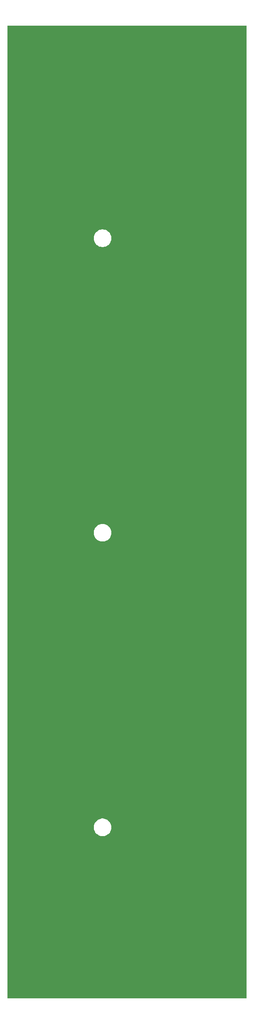
<source format=gtl>
%TF.GenerationSoftware,KiCad,Pcbnew,9.0.0*%
%TF.CreationDate,2025-03-16T10:30:10+01:00*%
%TF.ProjectId,DMH_Tripple_VCA_PANEL,444d485f-5472-4697-9070-6c655f564341,rev?*%
%TF.SameCoordinates,Original*%
%TF.FileFunction,Copper,L1,Top*%
%TF.FilePolarity,Positive*%
%FSLAX46Y46*%
G04 Gerber Fmt 4.6, Leading zero omitted, Abs format (unit mm)*
G04 Created by KiCad (PCBNEW 9.0.0) date 2025-03-16 10:30:10*
%MOMM*%
%LPD*%
G01*
G04 APERTURE LIST*
%TA.AperFunction,ConnectorPad*%
%ADD10C,12.000000*%
%TD*%
%TA.AperFunction,ComponentPad*%
%ADD11O,2.500000X1.500000*%
%TD*%
%TA.AperFunction,ComponentPad*%
%ADD12C,4.000000*%
%TD*%
%TA.AperFunction,ComponentPad*%
%ADD13C,0.500000*%
%TD*%
%TA.AperFunction,ComponentPad*%
%ADD14C,2.900000*%
%TD*%
%TA.AperFunction,ComponentPad*%
%ADD15C,13.000000*%
%TD*%
G04 APERTURE END LIST*
D10*
%TO.P,H13,1,1*%
%TO.N,GND*%
X83250000Y-181000000D03*
D11*
X83250000Y-187000000D03*
%TD*%
D12*
%TO.P,H3,1,1*%
%TO.N,GND*%
X53500000Y-226500000D03*
%TD*%
D13*
%TO.P,H11,1,1*%
%TO.N,GND*%
X52800000Y-130000000D03*
X54460000Y-125970000D03*
X54470000Y-134040000D03*
X58500000Y-124300000D03*
D10*
X58500000Y-130000000D03*
D13*
X58500000Y-135700000D03*
X62530000Y-134040000D03*
X62540000Y-125970000D03*
X64200000Y-130000000D03*
%TD*%
%TO.P,H7,1,1*%
%TO.N,GND*%
X52800000Y-69750000D03*
X54460000Y-65720000D03*
X54470000Y-73790000D03*
X58500000Y-64050000D03*
D10*
X58500000Y-69750000D03*
D13*
X58500000Y-75450000D03*
X62530000Y-73790000D03*
X62540000Y-65720000D03*
X64200000Y-69750000D03*
%TD*%
D14*
%TO.P,H20,1,1*%
%TO.N,GND*%
X75000000Y-142100000D03*
D15*
X75000000Y-148500000D03*
%TD*%
D13*
%TO.P,H16,1,1*%
%TO.N,GND*%
X52800000Y-208750000D03*
X54460000Y-204720000D03*
X54470000Y-212790000D03*
X58500000Y-203050000D03*
D10*
X58500000Y-208750000D03*
D13*
X58500000Y-214450000D03*
X62530000Y-212790000D03*
X62540000Y-204720000D03*
X64200000Y-208750000D03*
%TD*%
%TO.P,H15,1,1*%
%TO.N,GND*%
X52800000Y-190250000D03*
X54460000Y-186220000D03*
X54470000Y-194290000D03*
X58500000Y-184550000D03*
D10*
X58500000Y-190250000D03*
D13*
X58500000Y-195950000D03*
X62530000Y-194290000D03*
X62540000Y-186220000D03*
X64200000Y-190250000D03*
%TD*%
%TO.P,H12,1,1*%
%TO.N,GND*%
X52800000Y-148500000D03*
X54460000Y-144470000D03*
X54470000Y-152540000D03*
X58500000Y-142800000D03*
D10*
X58500000Y-148500000D03*
D13*
X58500000Y-154200000D03*
X62530000Y-152540000D03*
X62540000Y-144470000D03*
X64200000Y-148500000D03*
%TD*%
%TO.P,H14,1,1*%
%TO.N,GND*%
X52800000Y-171750000D03*
X54460000Y-167720000D03*
X54470000Y-175790000D03*
X58500000Y-166050000D03*
D10*
X58500000Y-171750000D03*
D13*
X58500000Y-177450000D03*
X62530000Y-175790000D03*
X62540000Y-167720000D03*
X64200000Y-171750000D03*
%TD*%
%TO.P,H10,1,1*%
%TO.N,GND*%
X52800000Y-111500000D03*
X54460000Y-107470000D03*
X54470000Y-115540000D03*
X58500000Y-105800000D03*
D10*
X58500000Y-111500000D03*
D13*
X58500000Y-117200000D03*
X62530000Y-115540000D03*
X62540000Y-107470000D03*
X64200000Y-111500000D03*
%TD*%
D10*
%TO.P,H5,1,1*%
%TO.N,GND*%
X83250000Y-60500000D03*
D11*
X83250000Y-66500000D03*
%TD*%
D14*
%TO.P,H21,1,1*%
%TO.N,GND*%
X75000000Y-202350000D03*
D15*
X75000000Y-208750000D03*
%TD*%
D12*
%TO.P,H2,1,1*%
%TO.N,GND*%
X96500000Y-33500000D03*
%TD*%
%TO.P,H4,1,1*%
%TO.N,GND*%
X96500000Y-226500000D03*
%TD*%
%TO.P,H1,1,1*%
%TO.N,GND*%
X53500000Y-33500000D03*
%TD*%
D14*
%TO.P,H19,1,1*%
%TO.N,GND*%
X75000000Y-81850000D03*
D15*
X75000000Y-88250000D03*
%TD*%
D10*
%TO.P,H9,1,1*%
%TO.N,GND*%
X83250000Y-120750000D03*
D11*
X83250000Y-126750000D03*
%TD*%
D13*
%TO.P,H6,1,1*%
%TO.N,GND*%
X52800000Y-51250000D03*
X54460000Y-47220000D03*
X54470000Y-55290000D03*
X58500000Y-45550000D03*
D10*
X58500000Y-51250000D03*
D13*
X58500000Y-56950000D03*
X62530000Y-55290000D03*
X62540000Y-47220000D03*
X64200000Y-51250000D03*
%TD*%
%TO.P,H18,1,1*%
%TO.N,GND*%
X85800000Y-208750000D03*
X87460000Y-204720000D03*
X87470000Y-212790000D03*
X91500000Y-203050000D03*
D10*
X91500000Y-208750000D03*
D13*
X91500000Y-214450000D03*
X95530000Y-212790000D03*
X95540000Y-204720000D03*
X97200000Y-208750000D03*
%TD*%
%TO.P,H8,1,1*%
%TO.N,GND*%
X52800000Y-88250000D03*
X54460000Y-84220000D03*
X54470000Y-92290000D03*
X58500000Y-82550000D03*
D10*
X58500000Y-88250000D03*
D13*
X58500000Y-93950000D03*
X62530000Y-92290000D03*
X62540000Y-84220000D03*
X64200000Y-88250000D03*
%TD*%
%TA.AperFunction,Conductor*%
%TO.N,GND*%
G36*
X99442539Y-30520185D02*
G01*
X99488294Y-30572989D01*
X99499500Y-30624500D01*
X99499500Y-229375500D01*
X99479815Y-229442539D01*
X99427011Y-229488294D01*
X99375500Y-229499500D01*
X50624500Y-229499500D01*
X50557461Y-229479815D01*
X50511706Y-229427011D01*
X50500500Y-229375500D01*
X50500500Y-208537814D01*
X53099500Y-208537814D01*
X53099500Y-208558097D01*
X53099500Y-208962186D01*
X53132796Y-209385250D01*
X53199182Y-209804398D01*
X53298250Y-210217045D01*
X53298254Y-210217056D01*
X53429385Y-210620641D01*
X53496000Y-210781463D01*
X53591789Y-211012716D01*
X53784450Y-211390835D01*
X53784457Y-211390848D01*
X53784460Y-211390853D01*
X53807375Y-211428246D01*
X54006184Y-211752672D01*
X54006192Y-211752683D01*
X54006198Y-211752692D01*
X54255617Y-212095989D01*
X54255627Y-212096003D01*
X54378919Y-212240358D01*
X54531231Y-212418692D01*
X54831308Y-212718769D01*
X54831314Y-212718774D01*
X55153996Y-212994372D01*
X55154010Y-212994382D01*
X55361749Y-213145313D01*
X55497328Y-213243816D01*
X55625685Y-213322473D01*
X55859146Y-213465539D01*
X55859151Y-213465542D01*
X55859156Y-213465544D01*
X55859165Y-213465550D01*
X56237284Y-213658211D01*
X56629353Y-213820612D01*
X56629358Y-213820614D01*
X56731979Y-213853957D01*
X57032955Y-213951750D01*
X57445602Y-214050818D01*
X57864750Y-214117204D01*
X58287814Y-214150500D01*
X58287822Y-214150500D01*
X58712178Y-214150500D01*
X58712186Y-214150500D01*
X59135250Y-214117204D01*
X59554398Y-214050818D01*
X59967045Y-213951750D01*
X60370647Y-213820612D01*
X60762716Y-213658211D01*
X61140835Y-213465550D01*
X61502672Y-213243816D01*
X61845997Y-212994377D01*
X62168692Y-212718769D01*
X62468769Y-212418692D01*
X62744377Y-212095997D01*
X62993816Y-211752672D01*
X63215550Y-211390835D01*
X63408211Y-211012716D01*
X63570612Y-210620647D01*
X63701750Y-210217045D01*
X63800818Y-209804398D01*
X63867204Y-209385250D01*
X63900500Y-208962186D01*
X63900500Y-208537814D01*
X86099500Y-208537814D01*
X86099500Y-208558097D01*
X86099500Y-208962186D01*
X86132796Y-209385250D01*
X86199182Y-209804398D01*
X86298250Y-210217045D01*
X86298254Y-210217056D01*
X86429385Y-210620641D01*
X86496000Y-210781463D01*
X86591789Y-211012716D01*
X86784450Y-211390835D01*
X86784457Y-211390848D01*
X86784460Y-211390853D01*
X86807375Y-211428246D01*
X87006184Y-211752672D01*
X87006192Y-211752683D01*
X87006198Y-211752692D01*
X87255617Y-212095989D01*
X87255627Y-212096003D01*
X87378919Y-212240358D01*
X87531231Y-212418692D01*
X87831308Y-212718769D01*
X87831314Y-212718774D01*
X88153996Y-212994372D01*
X88154010Y-212994382D01*
X88361749Y-213145313D01*
X88497328Y-213243816D01*
X88625685Y-213322473D01*
X88859146Y-213465539D01*
X88859151Y-213465542D01*
X88859156Y-213465544D01*
X88859165Y-213465550D01*
X89237284Y-213658211D01*
X89629353Y-213820612D01*
X89629358Y-213820614D01*
X89731979Y-213853957D01*
X90032955Y-213951750D01*
X90445602Y-214050818D01*
X90864750Y-214117204D01*
X91287814Y-214150500D01*
X91287822Y-214150500D01*
X91712178Y-214150500D01*
X91712186Y-214150500D01*
X92135250Y-214117204D01*
X92554398Y-214050818D01*
X92967045Y-213951750D01*
X93370647Y-213820612D01*
X93762716Y-213658211D01*
X94140835Y-213465550D01*
X94502672Y-213243816D01*
X94845997Y-212994377D01*
X95168692Y-212718769D01*
X95468769Y-212418692D01*
X95744377Y-212095997D01*
X95993816Y-211752672D01*
X96215550Y-211390835D01*
X96408211Y-211012716D01*
X96570612Y-210620647D01*
X96701750Y-210217045D01*
X96800818Y-209804398D01*
X96867204Y-209385250D01*
X96900500Y-208962186D01*
X96900500Y-208537814D01*
X96867204Y-208114750D01*
X96800818Y-207695602D01*
X96701750Y-207282955D01*
X96570612Y-206879353D01*
X96408211Y-206487284D01*
X96215550Y-206109165D01*
X96215544Y-206109156D01*
X96215542Y-206109151D01*
X96215539Y-206109146D01*
X95993823Y-205747340D01*
X95993816Y-205747328D01*
X95744377Y-205404003D01*
X95744372Y-205403996D01*
X95468774Y-205081314D01*
X95468769Y-205081308D01*
X95168692Y-204781231D01*
X95168685Y-204781225D01*
X94846003Y-204505627D01*
X94845989Y-204505617D01*
X94502692Y-204256198D01*
X94502683Y-204256192D01*
X94502672Y-204256184D01*
X94502659Y-204256176D01*
X94140853Y-204034460D01*
X94140848Y-204034457D01*
X94140838Y-204034452D01*
X94140835Y-204034450D01*
X93762716Y-203841789D01*
X93762702Y-203841783D01*
X93370641Y-203679385D01*
X93083478Y-203586081D01*
X92967045Y-203548250D01*
X92554398Y-203449182D01*
X92135250Y-203382796D01*
X91712191Y-203349500D01*
X91712186Y-203349500D01*
X91287814Y-203349500D01*
X91287808Y-203349500D01*
X90864749Y-203382796D01*
X90864748Y-203382796D01*
X90445607Y-203449181D01*
X90445604Y-203449181D01*
X90445602Y-203449182D01*
X90297817Y-203484661D01*
X90032966Y-203548247D01*
X90032960Y-203548248D01*
X90032955Y-203548250D01*
X90032943Y-203548254D01*
X89629358Y-203679385D01*
X89237297Y-203841783D01*
X89237284Y-203841789D01*
X88859151Y-204034457D01*
X88859146Y-204034460D01*
X88497340Y-204256176D01*
X88497307Y-204256198D01*
X88154010Y-204505617D01*
X88153996Y-204505627D01*
X87831314Y-204781225D01*
X87831300Y-204781238D01*
X87531238Y-205081300D01*
X87531225Y-205081314D01*
X87255627Y-205403996D01*
X87255617Y-205404010D01*
X87006198Y-205747307D01*
X87006176Y-205747340D01*
X86784460Y-206109146D01*
X86784457Y-206109151D01*
X86591789Y-206487284D01*
X86591783Y-206487297D01*
X86429385Y-206879358D01*
X86298254Y-207282943D01*
X86298247Y-207282966D01*
X86199181Y-207695607D01*
X86183000Y-207797774D01*
X86132796Y-208114750D01*
X86099500Y-208537814D01*
X63900500Y-208537814D01*
X63867204Y-208114750D01*
X63800818Y-207695602D01*
X63701750Y-207282955D01*
X63570612Y-206879353D01*
X63408211Y-206487284D01*
X63215550Y-206109165D01*
X63215544Y-206109156D01*
X63215542Y-206109151D01*
X63215539Y-206109146D01*
X62993823Y-205747340D01*
X62993816Y-205747328D01*
X62744377Y-205404003D01*
X62744372Y-205403996D01*
X62468774Y-205081314D01*
X62468769Y-205081308D01*
X62168692Y-204781231D01*
X62168685Y-204781225D01*
X61846003Y-204505627D01*
X61845989Y-204505617D01*
X61502692Y-204256198D01*
X61502683Y-204256192D01*
X61502672Y-204256184D01*
X61502659Y-204256176D01*
X61140853Y-204034460D01*
X61140848Y-204034457D01*
X61140838Y-204034452D01*
X61140835Y-204034450D01*
X60762716Y-203841789D01*
X60762702Y-203841783D01*
X60370641Y-203679385D01*
X60083478Y-203586081D01*
X59967045Y-203548250D01*
X59554398Y-203449182D01*
X59135250Y-203382796D01*
X58712191Y-203349500D01*
X58712186Y-203349500D01*
X58287814Y-203349500D01*
X58287808Y-203349500D01*
X57864749Y-203382796D01*
X57864748Y-203382796D01*
X57445607Y-203449181D01*
X57445604Y-203449181D01*
X57445602Y-203449182D01*
X57297817Y-203484661D01*
X57032966Y-203548247D01*
X57032960Y-203548248D01*
X57032955Y-203548250D01*
X57032943Y-203548254D01*
X56629358Y-203679385D01*
X56237297Y-203841783D01*
X56237284Y-203841789D01*
X55859151Y-204034457D01*
X55859146Y-204034460D01*
X55497340Y-204256176D01*
X55497307Y-204256198D01*
X55154010Y-204505617D01*
X55153996Y-204505627D01*
X54831314Y-204781225D01*
X54831300Y-204781238D01*
X54531238Y-205081300D01*
X54531225Y-205081314D01*
X54255627Y-205403996D01*
X54255617Y-205404010D01*
X54006198Y-205747307D01*
X54006176Y-205747340D01*
X53784460Y-206109146D01*
X53784457Y-206109151D01*
X53591789Y-206487284D01*
X53591783Y-206487297D01*
X53429385Y-206879358D01*
X53298254Y-207282943D01*
X53298247Y-207282966D01*
X53199181Y-207695607D01*
X53183000Y-207797774D01*
X53132796Y-208114750D01*
X53099500Y-208537814D01*
X50500500Y-208537814D01*
X50500500Y-190037814D01*
X53099500Y-190037814D01*
X53099500Y-190058097D01*
X53099500Y-190462186D01*
X53132796Y-190885250D01*
X53199182Y-191304398D01*
X53298250Y-191717045D01*
X53298254Y-191717056D01*
X53429385Y-192120641D01*
X53496000Y-192281463D01*
X53591789Y-192512716D01*
X53784450Y-192890835D01*
X53784457Y-192890848D01*
X53784460Y-192890853D01*
X53939227Y-193143408D01*
X54006184Y-193252672D01*
X54006192Y-193252683D01*
X54006198Y-193252692D01*
X54255617Y-193595989D01*
X54255627Y-193596003D01*
X54378919Y-193740358D01*
X54531231Y-193918692D01*
X54831308Y-194218769D01*
X54831314Y-194218774D01*
X55153996Y-194494372D01*
X55154010Y-194494382D01*
X55361749Y-194645313D01*
X55497328Y-194743816D01*
X55625685Y-194822473D01*
X55859146Y-194965539D01*
X55859151Y-194965542D01*
X55859156Y-194965544D01*
X55859165Y-194965550D01*
X56237284Y-195158211D01*
X56629353Y-195320612D01*
X56629358Y-195320614D01*
X56731979Y-195353957D01*
X57032955Y-195451750D01*
X57445602Y-195550818D01*
X57864750Y-195617204D01*
X58287814Y-195650500D01*
X58287822Y-195650500D01*
X58712178Y-195650500D01*
X58712186Y-195650500D01*
X59135250Y-195617204D01*
X59554398Y-195550818D01*
X59967045Y-195451750D01*
X60370647Y-195320612D01*
X60762716Y-195158211D01*
X61140835Y-194965550D01*
X61502672Y-194743816D01*
X61845997Y-194494377D01*
X61977579Y-194381995D01*
X68199500Y-194381995D01*
X68199500Y-194618004D01*
X68199501Y-194618020D01*
X68230306Y-194852010D01*
X68291394Y-195079993D01*
X68381714Y-195298045D01*
X68381719Y-195298056D01*
X68452677Y-195420957D01*
X68499727Y-195502450D01*
X68499729Y-195502453D01*
X68499730Y-195502454D01*
X68643406Y-195689697D01*
X68643412Y-195689704D01*
X68810295Y-195856587D01*
X68810301Y-195856592D01*
X68997550Y-196000273D01*
X69128918Y-196076118D01*
X69201943Y-196118280D01*
X69201948Y-196118282D01*
X69201951Y-196118284D01*
X69420007Y-196208606D01*
X69647986Y-196269693D01*
X69881989Y-196300500D01*
X69881996Y-196300500D01*
X70118004Y-196300500D01*
X70118011Y-196300500D01*
X70352014Y-196269693D01*
X70579993Y-196208606D01*
X70798049Y-196118284D01*
X71002450Y-196000273D01*
X71189699Y-195856592D01*
X71356592Y-195689699D01*
X71500273Y-195502450D01*
X71618284Y-195298049D01*
X71708606Y-195079993D01*
X71769693Y-194852014D01*
X71800500Y-194618011D01*
X71800500Y-194381989D01*
X71769693Y-194147986D01*
X71708606Y-193920007D01*
X71618284Y-193701951D01*
X71618282Y-193701948D01*
X71618280Y-193701943D01*
X71557107Y-193595989D01*
X71500273Y-193497550D01*
X71356592Y-193310301D01*
X71356587Y-193310295D01*
X71189704Y-193143412D01*
X71189697Y-193143406D01*
X71002454Y-192999730D01*
X71002453Y-192999729D01*
X71002450Y-192999727D01*
X70920957Y-192952677D01*
X70798056Y-192881719D01*
X70798045Y-192881714D01*
X70579993Y-192791394D01*
X70352010Y-192730306D01*
X70118020Y-192699501D01*
X70118017Y-192699500D01*
X70118011Y-192699500D01*
X69881989Y-192699500D01*
X69881983Y-192699500D01*
X69881979Y-192699501D01*
X69647989Y-192730306D01*
X69420006Y-192791394D01*
X69201954Y-192881714D01*
X69201943Y-192881719D01*
X68997545Y-192999730D01*
X68810302Y-193143406D01*
X68810295Y-193143412D01*
X68643412Y-193310295D01*
X68643406Y-193310302D01*
X68499730Y-193497545D01*
X68381719Y-193701943D01*
X68381714Y-193701954D01*
X68291394Y-193920006D01*
X68230306Y-194147989D01*
X68199501Y-194381979D01*
X68199500Y-194381995D01*
X61977579Y-194381995D01*
X62168692Y-194218769D01*
X62468769Y-193918692D01*
X62744377Y-193595997D01*
X62993816Y-193252672D01*
X63215550Y-192890835D01*
X63408211Y-192512716D01*
X63570612Y-192120647D01*
X63701750Y-191717045D01*
X63800818Y-191304398D01*
X63867204Y-190885250D01*
X63900500Y-190462186D01*
X63900500Y-190037814D01*
X63867204Y-189614750D01*
X63800818Y-189195602D01*
X63701750Y-188782955D01*
X63570612Y-188379353D01*
X63408211Y-187987284D01*
X63215550Y-187609165D01*
X63215544Y-187609156D01*
X63215542Y-187609151D01*
X63215539Y-187609146D01*
X62993823Y-187247340D01*
X62993816Y-187247328D01*
X62744377Y-186904003D01*
X62744372Y-186903996D01*
X62468774Y-186581314D01*
X62468769Y-186581308D01*
X62168692Y-186281231D01*
X62168685Y-186281225D01*
X61846003Y-186005627D01*
X61845989Y-186005617D01*
X61502692Y-185756198D01*
X61502683Y-185756192D01*
X61502672Y-185756184D01*
X61502659Y-185756176D01*
X61140853Y-185534460D01*
X61140848Y-185534457D01*
X61140838Y-185534452D01*
X61140835Y-185534450D01*
X60762716Y-185341789D01*
X60762702Y-185341783D01*
X60370641Y-185179385D01*
X60083478Y-185086081D01*
X59967045Y-185048250D01*
X59554398Y-184949182D01*
X59135250Y-184882796D01*
X58712191Y-184849500D01*
X58712186Y-184849500D01*
X58287814Y-184849500D01*
X58287808Y-184849500D01*
X57864749Y-184882796D01*
X57864748Y-184882796D01*
X57445607Y-184949181D01*
X57445604Y-184949181D01*
X57445602Y-184949182D01*
X57392324Y-184961973D01*
X57032966Y-185048247D01*
X57032960Y-185048248D01*
X57032955Y-185048250D01*
X57032943Y-185048254D01*
X56629358Y-185179385D01*
X56237297Y-185341783D01*
X56237284Y-185341789D01*
X55859151Y-185534457D01*
X55859146Y-185534460D01*
X55497340Y-185756176D01*
X55497307Y-185756198D01*
X55154010Y-186005617D01*
X55153996Y-186005627D01*
X54831314Y-186281225D01*
X54831300Y-186281238D01*
X54531238Y-186581300D01*
X54531225Y-186581314D01*
X54255627Y-186903996D01*
X54255617Y-186904010D01*
X54006198Y-187247307D01*
X54006176Y-187247340D01*
X53784460Y-187609146D01*
X53784457Y-187609151D01*
X53591789Y-187987284D01*
X53591783Y-187987297D01*
X53429385Y-188379358D01*
X53298254Y-188782943D01*
X53298247Y-188782966D01*
X53199181Y-189195607D01*
X53183000Y-189297774D01*
X53132796Y-189614750D01*
X53099500Y-190037814D01*
X50500500Y-190037814D01*
X50500500Y-180803471D01*
X79249500Y-180803471D01*
X79249500Y-181196528D01*
X79288026Y-181587702D01*
X79364704Y-181973194D01*
X79364707Y-181973205D01*
X79478810Y-182349354D01*
X79629230Y-182712499D01*
X79629232Y-182712504D01*
X79814511Y-183059137D01*
X79814522Y-183059155D01*
X80032887Y-183385960D01*
X80032897Y-183385974D01*
X80282254Y-183689817D01*
X80560182Y-183967745D01*
X80560187Y-183967749D01*
X80560188Y-183967750D01*
X80864031Y-184217107D01*
X81190851Y-184435482D01*
X81190860Y-184435487D01*
X81190862Y-184435488D01*
X81537495Y-184620767D01*
X81537497Y-184620767D01*
X81537503Y-184620771D01*
X81900647Y-184771190D01*
X82276785Y-184885290D01*
X82276791Y-184885291D01*
X82276794Y-184885292D01*
X82276805Y-184885295D01*
X82662297Y-184961973D01*
X83053468Y-185000500D01*
X83053471Y-185000500D01*
X83446529Y-185000500D01*
X83446532Y-185000500D01*
X83837703Y-184961973D01*
X83912748Y-184947045D01*
X84223194Y-184885295D01*
X84223205Y-184885292D01*
X84223205Y-184885291D01*
X84223215Y-184885290D01*
X84599353Y-184771190D01*
X84962497Y-184620771D01*
X85309149Y-184435482D01*
X85635969Y-184217107D01*
X85939812Y-183967750D01*
X86217750Y-183689812D01*
X86467107Y-183385969D01*
X86685482Y-183059149D01*
X86870771Y-182712497D01*
X87021190Y-182349353D01*
X87135290Y-181973215D01*
X87135292Y-181973205D01*
X87135295Y-181973194D01*
X87211973Y-181587702D01*
X87250500Y-181196528D01*
X87250500Y-180803471D01*
X87211973Y-180412297D01*
X87135295Y-180026805D01*
X87135292Y-180026794D01*
X87135291Y-180026791D01*
X87135290Y-180026785D01*
X87021190Y-179650647D01*
X86870771Y-179287503D01*
X86858355Y-179264275D01*
X86685488Y-178940862D01*
X86685487Y-178940860D01*
X86685482Y-178940851D01*
X86467107Y-178614031D01*
X86217750Y-178310188D01*
X86217749Y-178310187D01*
X86217745Y-178310182D01*
X85939817Y-178032254D01*
X85635974Y-177782897D01*
X85635973Y-177782896D01*
X85635969Y-177782893D01*
X85309149Y-177564518D01*
X85309144Y-177564515D01*
X85309137Y-177564511D01*
X84962504Y-177379232D01*
X84962499Y-177379230D01*
X84599354Y-177228810D01*
X84223205Y-177114707D01*
X84223194Y-177114704D01*
X83837702Y-177038026D01*
X83543089Y-177009010D01*
X83446532Y-176999500D01*
X83053468Y-176999500D01*
X82964251Y-177008287D01*
X82662297Y-177038026D01*
X82276805Y-177114704D01*
X82276794Y-177114707D01*
X81900645Y-177228810D01*
X81537500Y-177379230D01*
X81537495Y-177379232D01*
X81190862Y-177564511D01*
X81190844Y-177564522D01*
X80864039Y-177782887D01*
X80864025Y-177782897D01*
X80560182Y-178032254D01*
X80282254Y-178310182D01*
X80032897Y-178614025D01*
X80032887Y-178614039D01*
X79814522Y-178940844D01*
X79814511Y-178940862D01*
X79629232Y-179287495D01*
X79629230Y-179287500D01*
X79478810Y-179650645D01*
X79364707Y-180026794D01*
X79364704Y-180026805D01*
X79288026Y-180412297D01*
X79249500Y-180803471D01*
X50500500Y-180803471D01*
X50500500Y-171537814D01*
X53099500Y-171537814D01*
X53099500Y-171558097D01*
X53099500Y-171962186D01*
X53132796Y-172385250D01*
X53199182Y-172804398D01*
X53298250Y-173217045D01*
X53298254Y-173217056D01*
X53429385Y-173620641D01*
X53496000Y-173781463D01*
X53591789Y-174012716D01*
X53784450Y-174390835D01*
X53784457Y-174390848D01*
X53784460Y-174390853D01*
X53807375Y-174428246D01*
X54006184Y-174752672D01*
X54006192Y-174752683D01*
X54006198Y-174752692D01*
X54255617Y-175095989D01*
X54255627Y-175096003D01*
X54378919Y-175240358D01*
X54531231Y-175418692D01*
X54831308Y-175718769D01*
X54831314Y-175718774D01*
X55153996Y-175994372D01*
X55154010Y-175994382D01*
X55361749Y-176145313D01*
X55497328Y-176243816D01*
X55625685Y-176322473D01*
X55859146Y-176465539D01*
X55859151Y-176465542D01*
X55859156Y-176465544D01*
X55859165Y-176465550D01*
X56237284Y-176658211D01*
X56629353Y-176820612D01*
X56629358Y-176820614D01*
X56731979Y-176853957D01*
X57032955Y-176951750D01*
X57445602Y-177050818D01*
X57864750Y-177117204D01*
X58287814Y-177150500D01*
X58287822Y-177150500D01*
X58712178Y-177150500D01*
X58712186Y-177150500D01*
X59135250Y-177117204D01*
X59554398Y-177050818D01*
X59967045Y-176951750D01*
X60370647Y-176820612D01*
X60762716Y-176658211D01*
X61140835Y-176465550D01*
X61502672Y-176243816D01*
X61845997Y-175994377D01*
X62168692Y-175718769D01*
X62468769Y-175418692D01*
X62744377Y-175095997D01*
X62993816Y-174752672D01*
X63215550Y-174390835D01*
X63408211Y-174012716D01*
X63570612Y-173620647D01*
X63701750Y-173217045D01*
X63800818Y-172804398D01*
X63867204Y-172385250D01*
X63900500Y-171962186D01*
X63900500Y-171537814D01*
X63867204Y-171114750D01*
X63800818Y-170695602D01*
X63701750Y-170282955D01*
X63570612Y-169879353D01*
X63408211Y-169487284D01*
X63215550Y-169109165D01*
X63215544Y-169109156D01*
X63215542Y-169109151D01*
X63215539Y-169109146D01*
X62993823Y-168747340D01*
X62993816Y-168747328D01*
X62744377Y-168404003D01*
X62744372Y-168403996D01*
X62468774Y-168081314D01*
X62468769Y-168081308D01*
X62168692Y-167781231D01*
X62168685Y-167781225D01*
X61846003Y-167505627D01*
X61845989Y-167505617D01*
X61502692Y-167256198D01*
X61502683Y-167256192D01*
X61502672Y-167256184D01*
X61502659Y-167256176D01*
X61140853Y-167034460D01*
X61140848Y-167034457D01*
X61140838Y-167034452D01*
X61140835Y-167034450D01*
X60762716Y-166841789D01*
X60762702Y-166841783D01*
X60370641Y-166679385D01*
X60083478Y-166586081D01*
X59967045Y-166548250D01*
X59554398Y-166449182D01*
X59135250Y-166382796D01*
X58712191Y-166349500D01*
X58712186Y-166349500D01*
X58287814Y-166349500D01*
X58287808Y-166349500D01*
X57864749Y-166382796D01*
X57864748Y-166382796D01*
X57445607Y-166449181D01*
X57445604Y-166449181D01*
X57445602Y-166449182D01*
X57297817Y-166484661D01*
X57032966Y-166548247D01*
X57032960Y-166548248D01*
X57032955Y-166548250D01*
X57032943Y-166548254D01*
X56629358Y-166679385D01*
X56237297Y-166841783D01*
X56237284Y-166841789D01*
X55859151Y-167034457D01*
X55859146Y-167034460D01*
X55497340Y-167256176D01*
X55497307Y-167256198D01*
X55154010Y-167505617D01*
X55153996Y-167505627D01*
X54831314Y-167781225D01*
X54831300Y-167781238D01*
X54531238Y-168081300D01*
X54531225Y-168081314D01*
X54255627Y-168403996D01*
X54255617Y-168404010D01*
X54006198Y-168747307D01*
X54006176Y-168747340D01*
X53784460Y-169109146D01*
X53784457Y-169109151D01*
X53591789Y-169487284D01*
X53591783Y-169487297D01*
X53429385Y-169879358D01*
X53298254Y-170282943D01*
X53298247Y-170282966D01*
X53199181Y-170695607D01*
X53183000Y-170797774D01*
X53132796Y-171114750D01*
X53099500Y-171537814D01*
X50500500Y-171537814D01*
X50500500Y-148287814D01*
X53099500Y-148287814D01*
X53099500Y-148308097D01*
X53099500Y-148712186D01*
X53132796Y-149135250D01*
X53199182Y-149554398D01*
X53298250Y-149967045D01*
X53298254Y-149967056D01*
X53429385Y-150370641D01*
X53496000Y-150531463D01*
X53591789Y-150762716D01*
X53784450Y-151140835D01*
X53784457Y-151140848D01*
X53784460Y-151140853D01*
X53807375Y-151178246D01*
X54006184Y-151502672D01*
X54006192Y-151502683D01*
X54006198Y-151502692D01*
X54255617Y-151845989D01*
X54255627Y-151846003D01*
X54378919Y-151990358D01*
X54531231Y-152168692D01*
X54831308Y-152468769D01*
X54831314Y-152468774D01*
X55153996Y-152744372D01*
X55154010Y-152744382D01*
X55361749Y-152895313D01*
X55497328Y-152993816D01*
X55625685Y-153072473D01*
X55859146Y-153215539D01*
X55859151Y-153215542D01*
X55859156Y-153215544D01*
X55859165Y-153215550D01*
X56237284Y-153408211D01*
X56629353Y-153570612D01*
X56629358Y-153570614D01*
X56731979Y-153603957D01*
X57032955Y-153701750D01*
X57445602Y-153800818D01*
X57864750Y-153867204D01*
X58287814Y-153900500D01*
X58287822Y-153900500D01*
X58712178Y-153900500D01*
X58712186Y-153900500D01*
X59135250Y-153867204D01*
X59554398Y-153800818D01*
X59967045Y-153701750D01*
X60370647Y-153570612D01*
X60762716Y-153408211D01*
X61140835Y-153215550D01*
X61502672Y-152993816D01*
X61845997Y-152744377D01*
X62168692Y-152468769D01*
X62468769Y-152168692D01*
X62744377Y-151845997D01*
X62993816Y-151502672D01*
X63215550Y-151140835D01*
X63408211Y-150762716D01*
X63570612Y-150370647D01*
X63701750Y-149967045D01*
X63800818Y-149554398D01*
X63867204Y-149135250D01*
X63900500Y-148712186D01*
X63900500Y-148287814D01*
X63867204Y-147864750D01*
X63800818Y-147445602D01*
X63701750Y-147032955D01*
X63570612Y-146629353D01*
X63408211Y-146237284D01*
X63215550Y-145859165D01*
X63215544Y-145859156D01*
X63215542Y-145859151D01*
X63215539Y-145859146D01*
X62993823Y-145497340D01*
X62993816Y-145497328D01*
X62744377Y-145154003D01*
X62744372Y-145153996D01*
X62468774Y-144831314D01*
X62468769Y-144831308D01*
X62168692Y-144531231D01*
X62168685Y-144531225D01*
X61846003Y-144255627D01*
X61845989Y-144255617D01*
X61502692Y-144006198D01*
X61502683Y-144006192D01*
X61502672Y-144006184D01*
X61502659Y-144006176D01*
X61140853Y-143784460D01*
X61140848Y-143784457D01*
X61140838Y-143784452D01*
X61140835Y-143784450D01*
X60762716Y-143591789D01*
X60762702Y-143591783D01*
X60370641Y-143429385D01*
X60083478Y-143336081D01*
X59967045Y-143298250D01*
X59554398Y-143199182D01*
X59135250Y-143132796D01*
X58712191Y-143099500D01*
X58712186Y-143099500D01*
X58287814Y-143099500D01*
X58287808Y-143099500D01*
X57864749Y-143132796D01*
X57864748Y-143132796D01*
X57445607Y-143199181D01*
X57445604Y-143199181D01*
X57445602Y-143199182D01*
X57297817Y-143234661D01*
X57032966Y-143298247D01*
X57032960Y-143298248D01*
X57032955Y-143298250D01*
X57032943Y-143298254D01*
X56629358Y-143429385D01*
X56237297Y-143591783D01*
X56237284Y-143591789D01*
X55859151Y-143784457D01*
X55859146Y-143784460D01*
X55497340Y-144006176D01*
X55497307Y-144006198D01*
X55154010Y-144255617D01*
X55153996Y-144255627D01*
X54831314Y-144531225D01*
X54831300Y-144531238D01*
X54531238Y-144831300D01*
X54531225Y-144831314D01*
X54255627Y-145153996D01*
X54255617Y-145154010D01*
X54006198Y-145497307D01*
X54006176Y-145497340D01*
X53784460Y-145859146D01*
X53784457Y-145859151D01*
X53591789Y-146237284D01*
X53591783Y-146237297D01*
X53429385Y-146629358D01*
X53298254Y-147032943D01*
X53298247Y-147032966D01*
X53199181Y-147445607D01*
X53183000Y-147547774D01*
X53132796Y-147864750D01*
X53099500Y-148287814D01*
X50500500Y-148287814D01*
X50500500Y-129787814D01*
X53099500Y-129787814D01*
X53099500Y-129808097D01*
X53099500Y-130212186D01*
X53132796Y-130635250D01*
X53199182Y-131054398D01*
X53298250Y-131467045D01*
X53298254Y-131467056D01*
X53429385Y-131870641D01*
X53496000Y-132031463D01*
X53591789Y-132262716D01*
X53784450Y-132640835D01*
X53784457Y-132640848D01*
X53784460Y-132640853D01*
X53939227Y-132893408D01*
X54006184Y-133002672D01*
X54006192Y-133002683D01*
X54006198Y-133002692D01*
X54255617Y-133345989D01*
X54255627Y-133346003D01*
X54378919Y-133490358D01*
X54531231Y-133668692D01*
X54831308Y-133968769D01*
X54831314Y-133968774D01*
X55153996Y-134244372D01*
X55154010Y-134244382D01*
X55361749Y-134395313D01*
X55497328Y-134493816D01*
X55625685Y-134572473D01*
X55859146Y-134715539D01*
X55859151Y-134715542D01*
X55859156Y-134715544D01*
X55859165Y-134715550D01*
X56237284Y-134908211D01*
X56629353Y-135070612D01*
X56629358Y-135070614D01*
X56731979Y-135103957D01*
X57032955Y-135201750D01*
X57445602Y-135300818D01*
X57864750Y-135367204D01*
X58287814Y-135400500D01*
X58287822Y-135400500D01*
X58712178Y-135400500D01*
X58712186Y-135400500D01*
X59135250Y-135367204D01*
X59554398Y-135300818D01*
X59967045Y-135201750D01*
X60370647Y-135070612D01*
X60762716Y-134908211D01*
X61140835Y-134715550D01*
X61502672Y-134493816D01*
X61845997Y-134244377D01*
X61977579Y-134131995D01*
X68199500Y-134131995D01*
X68199500Y-134368004D01*
X68199501Y-134368020D01*
X68230306Y-134602010D01*
X68291394Y-134829993D01*
X68381714Y-135048045D01*
X68381719Y-135048056D01*
X68452677Y-135170957D01*
X68499727Y-135252450D01*
X68499729Y-135252453D01*
X68499730Y-135252454D01*
X68643406Y-135439697D01*
X68643412Y-135439704D01*
X68810295Y-135606587D01*
X68810301Y-135606592D01*
X68997550Y-135750273D01*
X69128918Y-135826118D01*
X69201943Y-135868280D01*
X69201948Y-135868282D01*
X69201951Y-135868284D01*
X69420007Y-135958606D01*
X69647986Y-136019693D01*
X69881989Y-136050500D01*
X69881996Y-136050500D01*
X70118004Y-136050500D01*
X70118011Y-136050500D01*
X70352014Y-136019693D01*
X70579993Y-135958606D01*
X70798049Y-135868284D01*
X71002450Y-135750273D01*
X71189699Y-135606592D01*
X71356592Y-135439699D01*
X71500273Y-135252450D01*
X71618284Y-135048049D01*
X71708606Y-134829993D01*
X71769693Y-134602014D01*
X71800500Y-134368011D01*
X71800500Y-134131989D01*
X71769693Y-133897986D01*
X71708606Y-133670007D01*
X71618284Y-133451951D01*
X71618282Y-133451948D01*
X71618280Y-133451943D01*
X71557107Y-133345989D01*
X71500273Y-133247550D01*
X71356592Y-133060301D01*
X71356587Y-133060295D01*
X71189704Y-132893412D01*
X71189697Y-132893406D01*
X71002454Y-132749730D01*
X71002453Y-132749729D01*
X71002450Y-132749727D01*
X70920957Y-132702677D01*
X70798056Y-132631719D01*
X70798045Y-132631714D01*
X70579993Y-132541394D01*
X70352010Y-132480306D01*
X70118020Y-132449501D01*
X70118017Y-132449500D01*
X70118011Y-132449500D01*
X69881989Y-132449500D01*
X69881983Y-132449500D01*
X69881979Y-132449501D01*
X69647989Y-132480306D01*
X69420006Y-132541394D01*
X69201954Y-132631714D01*
X69201943Y-132631719D01*
X68997545Y-132749730D01*
X68810302Y-132893406D01*
X68810295Y-132893412D01*
X68643412Y-133060295D01*
X68643406Y-133060302D01*
X68499730Y-133247545D01*
X68381719Y-133451943D01*
X68381714Y-133451954D01*
X68291394Y-133670006D01*
X68230306Y-133897989D01*
X68199501Y-134131979D01*
X68199500Y-134131995D01*
X61977579Y-134131995D01*
X62168692Y-133968769D01*
X62468769Y-133668692D01*
X62744377Y-133345997D01*
X62993816Y-133002672D01*
X63215550Y-132640835D01*
X63408211Y-132262716D01*
X63570612Y-131870647D01*
X63701750Y-131467045D01*
X63800818Y-131054398D01*
X63867204Y-130635250D01*
X63900500Y-130212186D01*
X63900500Y-129787814D01*
X63867204Y-129364750D01*
X63800818Y-128945602D01*
X63701750Y-128532955D01*
X63570612Y-128129353D01*
X63408211Y-127737284D01*
X63215550Y-127359165D01*
X63215544Y-127359156D01*
X63215542Y-127359151D01*
X63215539Y-127359146D01*
X62993823Y-126997340D01*
X62993816Y-126997328D01*
X62744377Y-126654003D01*
X62744372Y-126653996D01*
X62468774Y-126331314D01*
X62468769Y-126331308D01*
X62168692Y-126031231D01*
X62168685Y-126031225D01*
X61846003Y-125755627D01*
X61845989Y-125755617D01*
X61502692Y-125506198D01*
X61502683Y-125506192D01*
X61502672Y-125506184D01*
X61502659Y-125506176D01*
X61140853Y-125284460D01*
X61140848Y-125284457D01*
X61140838Y-125284452D01*
X61140835Y-125284450D01*
X60762716Y-125091789D01*
X60762702Y-125091783D01*
X60370641Y-124929385D01*
X60083478Y-124836081D01*
X59967045Y-124798250D01*
X59554398Y-124699182D01*
X59135250Y-124632796D01*
X58712191Y-124599500D01*
X58712186Y-124599500D01*
X58287814Y-124599500D01*
X58287808Y-124599500D01*
X57864749Y-124632796D01*
X57864748Y-124632796D01*
X57445607Y-124699181D01*
X57445604Y-124699181D01*
X57445602Y-124699182D01*
X57392324Y-124711973D01*
X57032966Y-124798247D01*
X57032960Y-124798248D01*
X57032955Y-124798250D01*
X57032943Y-124798254D01*
X56629358Y-124929385D01*
X56237297Y-125091783D01*
X56237284Y-125091789D01*
X55859151Y-125284457D01*
X55859146Y-125284460D01*
X55497340Y-125506176D01*
X55497307Y-125506198D01*
X55154010Y-125755617D01*
X55153996Y-125755627D01*
X54831314Y-126031225D01*
X54831300Y-126031238D01*
X54531238Y-126331300D01*
X54531225Y-126331314D01*
X54255627Y-126653996D01*
X54255617Y-126654010D01*
X54006198Y-126997307D01*
X54006176Y-126997340D01*
X53784460Y-127359146D01*
X53784457Y-127359151D01*
X53591789Y-127737284D01*
X53591783Y-127737297D01*
X53429385Y-128129358D01*
X53298254Y-128532943D01*
X53298247Y-128532966D01*
X53199181Y-128945607D01*
X53183000Y-129047774D01*
X53132796Y-129364750D01*
X53099500Y-129787814D01*
X50500500Y-129787814D01*
X50500500Y-120553471D01*
X79249500Y-120553471D01*
X79249500Y-120946528D01*
X79288026Y-121337702D01*
X79364704Y-121723194D01*
X79364707Y-121723205D01*
X79478810Y-122099354D01*
X79629230Y-122462499D01*
X79629232Y-122462504D01*
X79814511Y-122809137D01*
X79814522Y-122809155D01*
X80032887Y-123135960D01*
X80032897Y-123135974D01*
X80282254Y-123439817D01*
X80560182Y-123717745D01*
X80560187Y-123717749D01*
X80560188Y-123717750D01*
X80864031Y-123967107D01*
X81190851Y-124185482D01*
X81190860Y-124185487D01*
X81190862Y-124185488D01*
X81537495Y-124370767D01*
X81537497Y-124370767D01*
X81537503Y-124370771D01*
X81900647Y-124521190D01*
X82276785Y-124635290D01*
X82276791Y-124635291D01*
X82276794Y-124635292D01*
X82276805Y-124635295D01*
X82662297Y-124711973D01*
X83053468Y-124750500D01*
X83053471Y-124750500D01*
X83446529Y-124750500D01*
X83446532Y-124750500D01*
X83837703Y-124711973D01*
X83912748Y-124697045D01*
X84223194Y-124635295D01*
X84223205Y-124635292D01*
X84223205Y-124635291D01*
X84223215Y-124635290D01*
X84599353Y-124521190D01*
X84962497Y-124370771D01*
X85309149Y-124185482D01*
X85635969Y-123967107D01*
X85939812Y-123717750D01*
X86217750Y-123439812D01*
X86467107Y-123135969D01*
X86685482Y-122809149D01*
X86870771Y-122462497D01*
X87021190Y-122099353D01*
X87135290Y-121723215D01*
X87135292Y-121723205D01*
X87135295Y-121723194D01*
X87211973Y-121337702D01*
X87250500Y-120946528D01*
X87250500Y-120553471D01*
X87211973Y-120162297D01*
X87135295Y-119776805D01*
X87135292Y-119776794D01*
X87135291Y-119776791D01*
X87135290Y-119776785D01*
X87021190Y-119400647D01*
X86870771Y-119037503D01*
X86858355Y-119014275D01*
X86685488Y-118690862D01*
X86685487Y-118690860D01*
X86685482Y-118690851D01*
X86467107Y-118364031D01*
X86217750Y-118060188D01*
X86217749Y-118060187D01*
X86217745Y-118060182D01*
X85939817Y-117782254D01*
X85635974Y-117532897D01*
X85635973Y-117532896D01*
X85635969Y-117532893D01*
X85309149Y-117314518D01*
X85309144Y-117314515D01*
X85309137Y-117314511D01*
X84962504Y-117129232D01*
X84962499Y-117129230D01*
X84599354Y-116978810D01*
X84223205Y-116864707D01*
X84223194Y-116864704D01*
X83837702Y-116788026D01*
X83543089Y-116759010D01*
X83446532Y-116749500D01*
X83053468Y-116749500D01*
X82964251Y-116758287D01*
X82662297Y-116788026D01*
X82276805Y-116864704D01*
X82276794Y-116864707D01*
X81900645Y-116978810D01*
X81537500Y-117129230D01*
X81537495Y-117129232D01*
X81190862Y-117314511D01*
X81190844Y-117314522D01*
X80864039Y-117532887D01*
X80864025Y-117532897D01*
X80560182Y-117782254D01*
X80282254Y-118060182D01*
X80032897Y-118364025D01*
X80032887Y-118364039D01*
X79814522Y-118690844D01*
X79814511Y-118690862D01*
X79629232Y-119037495D01*
X79629230Y-119037500D01*
X79478810Y-119400645D01*
X79364707Y-119776794D01*
X79364704Y-119776805D01*
X79288026Y-120162297D01*
X79249500Y-120553471D01*
X50500500Y-120553471D01*
X50500500Y-111287814D01*
X53099500Y-111287814D01*
X53099500Y-111308097D01*
X53099500Y-111712186D01*
X53132796Y-112135250D01*
X53199182Y-112554398D01*
X53298250Y-112967045D01*
X53298254Y-112967056D01*
X53429385Y-113370641D01*
X53496000Y-113531463D01*
X53591789Y-113762716D01*
X53784450Y-114140835D01*
X53784457Y-114140848D01*
X53784460Y-114140853D01*
X53807375Y-114178246D01*
X54006184Y-114502672D01*
X54006192Y-114502683D01*
X54006198Y-114502692D01*
X54255617Y-114845989D01*
X54255627Y-114846003D01*
X54378919Y-114990358D01*
X54531231Y-115168692D01*
X54831308Y-115468769D01*
X54831314Y-115468774D01*
X55153996Y-115744372D01*
X55154010Y-115744382D01*
X55361749Y-115895313D01*
X55497328Y-115993816D01*
X55625685Y-116072473D01*
X55859146Y-116215539D01*
X55859151Y-116215542D01*
X55859156Y-116215544D01*
X55859165Y-116215550D01*
X56237284Y-116408211D01*
X56629353Y-116570612D01*
X56629358Y-116570614D01*
X56731979Y-116603957D01*
X57032955Y-116701750D01*
X57445602Y-116800818D01*
X57864750Y-116867204D01*
X58287814Y-116900500D01*
X58287822Y-116900500D01*
X58712178Y-116900500D01*
X58712186Y-116900500D01*
X59135250Y-116867204D01*
X59554398Y-116800818D01*
X59967045Y-116701750D01*
X60370647Y-116570612D01*
X60762716Y-116408211D01*
X61140835Y-116215550D01*
X61502672Y-115993816D01*
X61845997Y-115744377D01*
X62168692Y-115468769D01*
X62468769Y-115168692D01*
X62744377Y-114845997D01*
X62993816Y-114502672D01*
X63215550Y-114140835D01*
X63408211Y-113762716D01*
X63570612Y-113370647D01*
X63701750Y-112967045D01*
X63800818Y-112554398D01*
X63867204Y-112135250D01*
X63900500Y-111712186D01*
X63900500Y-111287814D01*
X63867204Y-110864750D01*
X63800818Y-110445602D01*
X63701750Y-110032955D01*
X63570612Y-109629353D01*
X63408211Y-109237284D01*
X63215550Y-108859165D01*
X63215544Y-108859156D01*
X63215542Y-108859151D01*
X63215539Y-108859146D01*
X62993823Y-108497340D01*
X62993816Y-108497328D01*
X62744377Y-108154003D01*
X62744372Y-108153996D01*
X62468774Y-107831314D01*
X62468769Y-107831308D01*
X62168692Y-107531231D01*
X62168685Y-107531225D01*
X61846003Y-107255627D01*
X61845989Y-107255617D01*
X61502692Y-107006198D01*
X61502683Y-107006192D01*
X61502672Y-107006184D01*
X61502659Y-107006176D01*
X61140853Y-106784460D01*
X61140848Y-106784457D01*
X61140838Y-106784452D01*
X61140835Y-106784450D01*
X60762716Y-106591789D01*
X60762702Y-106591783D01*
X60370641Y-106429385D01*
X60083478Y-106336081D01*
X59967045Y-106298250D01*
X59554398Y-106199182D01*
X59135250Y-106132796D01*
X58712191Y-106099500D01*
X58712186Y-106099500D01*
X58287814Y-106099500D01*
X58287808Y-106099500D01*
X57864749Y-106132796D01*
X57864748Y-106132796D01*
X57445607Y-106199181D01*
X57445604Y-106199181D01*
X57445602Y-106199182D01*
X57297817Y-106234661D01*
X57032966Y-106298247D01*
X57032960Y-106298248D01*
X57032955Y-106298250D01*
X57032943Y-106298254D01*
X56629358Y-106429385D01*
X56237297Y-106591783D01*
X56237284Y-106591789D01*
X55859151Y-106784457D01*
X55859146Y-106784460D01*
X55497340Y-107006176D01*
X55497307Y-107006198D01*
X55154010Y-107255617D01*
X55153996Y-107255627D01*
X54831314Y-107531225D01*
X54831300Y-107531238D01*
X54531238Y-107831300D01*
X54531225Y-107831314D01*
X54255627Y-108153996D01*
X54255617Y-108154010D01*
X54006198Y-108497307D01*
X54006176Y-108497340D01*
X53784460Y-108859146D01*
X53784457Y-108859151D01*
X53591789Y-109237284D01*
X53591783Y-109237297D01*
X53429385Y-109629358D01*
X53298254Y-110032943D01*
X53298247Y-110032966D01*
X53199181Y-110445607D01*
X53183000Y-110547774D01*
X53132796Y-110864750D01*
X53099500Y-111287814D01*
X50500500Y-111287814D01*
X50500500Y-88037814D01*
X53099500Y-88037814D01*
X53099500Y-88058097D01*
X53099500Y-88462186D01*
X53132796Y-88885250D01*
X53199182Y-89304398D01*
X53298250Y-89717045D01*
X53298254Y-89717056D01*
X53429385Y-90120641D01*
X53496000Y-90281463D01*
X53591789Y-90512716D01*
X53784450Y-90890835D01*
X53784457Y-90890848D01*
X53784460Y-90890853D01*
X53807375Y-90928246D01*
X54006184Y-91252672D01*
X54006192Y-91252683D01*
X54006198Y-91252692D01*
X54255617Y-91595989D01*
X54255627Y-91596003D01*
X54378919Y-91740358D01*
X54531231Y-91918692D01*
X54831308Y-92218769D01*
X54831314Y-92218774D01*
X55153996Y-92494372D01*
X55154010Y-92494382D01*
X55361749Y-92645313D01*
X55497328Y-92743816D01*
X55625685Y-92822473D01*
X55859146Y-92965539D01*
X55859151Y-92965542D01*
X55859156Y-92965544D01*
X55859165Y-92965550D01*
X56237284Y-93158211D01*
X56629353Y-93320612D01*
X56629358Y-93320614D01*
X56731979Y-93353957D01*
X57032955Y-93451750D01*
X57445602Y-93550818D01*
X57864750Y-93617204D01*
X58287814Y-93650500D01*
X58287822Y-93650500D01*
X58712178Y-93650500D01*
X58712186Y-93650500D01*
X59135250Y-93617204D01*
X59554398Y-93550818D01*
X59967045Y-93451750D01*
X60370647Y-93320612D01*
X60762716Y-93158211D01*
X61140835Y-92965550D01*
X61502672Y-92743816D01*
X61845997Y-92494377D01*
X62168692Y-92218769D01*
X62468769Y-91918692D01*
X62744377Y-91595997D01*
X62993816Y-91252672D01*
X63215550Y-90890835D01*
X63408211Y-90512716D01*
X63570612Y-90120647D01*
X63701750Y-89717045D01*
X63800818Y-89304398D01*
X63867204Y-88885250D01*
X63900500Y-88462186D01*
X63900500Y-88037814D01*
X63867204Y-87614750D01*
X63800818Y-87195602D01*
X63701750Y-86782955D01*
X63570612Y-86379353D01*
X63408211Y-85987284D01*
X63215550Y-85609165D01*
X63215544Y-85609156D01*
X63215542Y-85609151D01*
X63215539Y-85609146D01*
X62993823Y-85247340D01*
X62993816Y-85247328D01*
X62744377Y-84904003D01*
X62744372Y-84903996D01*
X62468774Y-84581314D01*
X62468769Y-84581308D01*
X62168692Y-84281231D01*
X62168685Y-84281225D01*
X61846003Y-84005627D01*
X61845989Y-84005617D01*
X61502692Y-83756198D01*
X61502683Y-83756192D01*
X61502672Y-83756184D01*
X61502659Y-83756176D01*
X61140853Y-83534460D01*
X61140848Y-83534457D01*
X61140838Y-83534452D01*
X61140835Y-83534450D01*
X60762716Y-83341789D01*
X60762702Y-83341783D01*
X60370641Y-83179385D01*
X60083478Y-83086081D01*
X59967045Y-83048250D01*
X59554398Y-82949182D01*
X59135250Y-82882796D01*
X58712191Y-82849500D01*
X58712186Y-82849500D01*
X58287814Y-82849500D01*
X58287808Y-82849500D01*
X57864749Y-82882796D01*
X57864748Y-82882796D01*
X57445607Y-82949181D01*
X57445604Y-82949181D01*
X57445602Y-82949182D01*
X57297817Y-82984661D01*
X57032966Y-83048247D01*
X57032960Y-83048248D01*
X57032955Y-83048250D01*
X57032943Y-83048254D01*
X56629358Y-83179385D01*
X56237297Y-83341783D01*
X56237284Y-83341789D01*
X55859151Y-83534457D01*
X55859146Y-83534460D01*
X55497340Y-83756176D01*
X55497307Y-83756198D01*
X55154010Y-84005617D01*
X55153996Y-84005627D01*
X54831314Y-84281225D01*
X54831300Y-84281238D01*
X54531238Y-84581300D01*
X54531225Y-84581314D01*
X54255627Y-84903996D01*
X54255617Y-84904010D01*
X54006198Y-85247307D01*
X54006176Y-85247340D01*
X53784460Y-85609146D01*
X53784457Y-85609151D01*
X53591789Y-85987284D01*
X53591783Y-85987297D01*
X53429385Y-86379358D01*
X53298254Y-86782943D01*
X53298247Y-86782966D01*
X53199181Y-87195607D01*
X53183000Y-87297774D01*
X53132796Y-87614750D01*
X53099500Y-88037814D01*
X50500500Y-88037814D01*
X50500500Y-69537814D01*
X53099500Y-69537814D01*
X53099500Y-69558097D01*
X53099500Y-69962186D01*
X53132796Y-70385250D01*
X53199182Y-70804398D01*
X53298250Y-71217045D01*
X53298254Y-71217056D01*
X53429385Y-71620641D01*
X53496000Y-71781463D01*
X53591789Y-72012716D01*
X53784450Y-72390835D01*
X53784457Y-72390848D01*
X53784460Y-72390853D01*
X53939227Y-72643408D01*
X54006184Y-72752672D01*
X54006192Y-72752683D01*
X54006198Y-72752692D01*
X54255617Y-73095989D01*
X54255627Y-73096003D01*
X54378919Y-73240358D01*
X54531231Y-73418692D01*
X54831308Y-73718769D01*
X54831314Y-73718774D01*
X55153996Y-73994372D01*
X55154010Y-73994382D01*
X55361749Y-74145313D01*
X55497328Y-74243816D01*
X55625685Y-74322473D01*
X55859146Y-74465539D01*
X55859151Y-74465542D01*
X55859156Y-74465544D01*
X55859165Y-74465550D01*
X56237284Y-74658211D01*
X56629353Y-74820612D01*
X56629358Y-74820614D01*
X56731979Y-74853957D01*
X57032955Y-74951750D01*
X57445602Y-75050818D01*
X57864750Y-75117204D01*
X58287814Y-75150500D01*
X58287822Y-75150500D01*
X58712178Y-75150500D01*
X58712186Y-75150500D01*
X59135250Y-75117204D01*
X59554398Y-75050818D01*
X59967045Y-74951750D01*
X60370647Y-74820612D01*
X60762716Y-74658211D01*
X61140835Y-74465550D01*
X61502672Y-74243816D01*
X61845997Y-73994377D01*
X61977579Y-73881995D01*
X68199500Y-73881995D01*
X68199500Y-74118004D01*
X68199501Y-74118020D01*
X68230306Y-74352010D01*
X68291394Y-74579993D01*
X68381714Y-74798045D01*
X68381719Y-74798056D01*
X68452677Y-74920957D01*
X68499727Y-75002450D01*
X68499729Y-75002453D01*
X68499730Y-75002454D01*
X68643406Y-75189697D01*
X68643412Y-75189704D01*
X68810295Y-75356587D01*
X68810301Y-75356592D01*
X68997550Y-75500273D01*
X69128918Y-75576118D01*
X69201943Y-75618280D01*
X69201948Y-75618282D01*
X69201951Y-75618284D01*
X69420007Y-75708606D01*
X69647986Y-75769693D01*
X69881989Y-75800500D01*
X69881996Y-75800500D01*
X70118004Y-75800500D01*
X70118011Y-75800500D01*
X70352014Y-75769693D01*
X70579993Y-75708606D01*
X70798049Y-75618284D01*
X71002450Y-75500273D01*
X71189699Y-75356592D01*
X71356592Y-75189699D01*
X71500273Y-75002450D01*
X71618284Y-74798049D01*
X71708606Y-74579993D01*
X71769693Y-74352014D01*
X71800500Y-74118011D01*
X71800500Y-73881989D01*
X71769693Y-73647986D01*
X71708606Y-73420007D01*
X71618284Y-73201951D01*
X71618282Y-73201948D01*
X71618280Y-73201943D01*
X71557107Y-73095989D01*
X71500273Y-72997550D01*
X71356592Y-72810301D01*
X71356587Y-72810295D01*
X71189704Y-72643412D01*
X71189697Y-72643406D01*
X71002454Y-72499730D01*
X71002453Y-72499729D01*
X71002450Y-72499727D01*
X70920957Y-72452677D01*
X70798056Y-72381719D01*
X70798045Y-72381714D01*
X70579993Y-72291394D01*
X70352010Y-72230306D01*
X70118020Y-72199501D01*
X70118017Y-72199500D01*
X70118011Y-72199500D01*
X69881989Y-72199500D01*
X69881983Y-72199500D01*
X69881979Y-72199501D01*
X69647989Y-72230306D01*
X69420006Y-72291394D01*
X69201954Y-72381714D01*
X69201943Y-72381719D01*
X68997545Y-72499730D01*
X68810302Y-72643406D01*
X68810295Y-72643412D01*
X68643412Y-72810295D01*
X68643406Y-72810302D01*
X68499730Y-72997545D01*
X68381719Y-73201943D01*
X68381714Y-73201954D01*
X68291394Y-73420006D01*
X68230306Y-73647989D01*
X68199501Y-73881979D01*
X68199500Y-73881995D01*
X61977579Y-73881995D01*
X62168692Y-73718769D01*
X62468769Y-73418692D01*
X62744377Y-73095997D01*
X62993816Y-72752672D01*
X63215550Y-72390835D01*
X63408211Y-72012716D01*
X63570612Y-71620647D01*
X63701750Y-71217045D01*
X63800818Y-70804398D01*
X63867204Y-70385250D01*
X63900500Y-69962186D01*
X63900500Y-69537814D01*
X63867204Y-69114750D01*
X63800818Y-68695602D01*
X63701750Y-68282955D01*
X63570612Y-67879353D01*
X63408211Y-67487284D01*
X63215550Y-67109165D01*
X63215544Y-67109156D01*
X63215542Y-67109151D01*
X63215539Y-67109146D01*
X62993823Y-66747340D01*
X62993816Y-66747328D01*
X62744377Y-66404003D01*
X62744372Y-66403996D01*
X62468774Y-66081314D01*
X62468769Y-66081308D01*
X62168692Y-65781231D01*
X62168685Y-65781225D01*
X61846003Y-65505627D01*
X61845989Y-65505617D01*
X61502692Y-65256198D01*
X61502683Y-65256192D01*
X61502672Y-65256184D01*
X61502659Y-65256176D01*
X61140853Y-65034460D01*
X61140848Y-65034457D01*
X61140838Y-65034452D01*
X61140835Y-65034450D01*
X60762716Y-64841789D01*
X60762702Y-64841783D01*
X60370641Y-64679385D01*
X60083478Y-64586081D01*
X59967045Y-64548250D01*
X59554398Y-64449182D01*
X59135250Y-64382796D01*
X58712191Y-64349500D01*
X58712186Y-64349500D01*
X58287814Y-64349500D01*
X58287808Y-64349500D01*
X57864749Y-64382796D01*
X57864748Y-64382796D01*
X57445607Y-64449181D01*
X57445604Y-64449181D01*
X57445602Y-64449182D01*
X57392324Y-64461973D01*
X57032966Y-64548247D01*
X57032960Y-64548248D01*
X57032955Y-64548250D01*
X57032943Y-64548254D01*
X56629358Y-64679385D01*
X56237297Y-64841783D01*
X56237284Y-64841789D01*
X55859151Y-65034457D01*
X55859146Y-65034460D01*
X55497340Y-65256176D01*
X55497307Y-65256198D01*
X55154010Y-65505617D01*
X55153996Y-65505627D01*
X54831314Y-65781225D01*
X54831300Y-65781238D01*
X54531238Y-66081300D01*
X54531225Y-66081314D01*
X54255627Y-66403996D01*
X54255617Y-66404010D01*
X54006198Y-66747307D01*
X54006176Y-66747340D01*
X53784460Y-67109146D01*
X53784457Y-67109151D01*
X53591789Y-67487284D01*
X53591783Y-67487297D01*
X53429385Y-67879358D01*
X53298254Y-68282943D01*
X53298247Y-68282966D01*
X53199181Y-68695607D01*
X53183000Y-68797774D01*
X53132796Y-69114750D01*
X53099500Y-69537814D01*
X50500500Y-69537814D01*
X50500500Y-60303471D01*
X79249500Y-60303471D01*
X79249500Y-60696528D01*
X79288026Y-61087702D01*
X79364704Y-61473194D01*
X79364707Y-61473205D01*
X79478810Y-61849354D01*
X79629230Y-62212499D01*
X79629232Y-62212504D01*
X79814511Y-62559137D01*
X79814522Y-62559155D01*
X80032887Y-62885960D01*
X80032897Y-62885974D01*
X80282254Y-63189817D01*
X80560182Y-63467745D01*
X80560187Y-63467749D01*
X80560188Y-63467750D01*
X80864031Y-63717107D01*
X81190851Y-63935482D01*
X81190860Y-63935487D01*
X81190862Y-63935488D01*
X81537495Y-64120767D01*
X81537497Y-64120767D01*
X81537503Y-64120771D01*
X81900647Y-64271190D01*
X82276785Y-64385290D01*
X82276791Y-64385291D01*
X82276794Y-64385292D01*
X82276805Y-64385295D01*
X82662297Y-64461973D01*
X83053468Y-64500500D01*
X83053471Y-64500500D01*
X83446529Y-64500500D01*
X83446532Y-64500500D01*
X83837703Y-64461973D01*
X83912748Y-64447045D01*
X84223194Y-64385295D01*
X84223205Y-64385292D01*
X84223205Y-64385291D01*
X84223215Y-64385290D01*
X84599353Y-64271190D01*
X84962497Y-64120771D01*
X85309149Y-63935482D01*
X85635969Y-63717107D01*
X85939812Y-63467750D01*
X86217750Y-63189812D01*
X86467107Y-62885969D01*
X86685482Y-62559149D01*
X86870771Y-62212497D01*
X87021190Y-61849353D01*
X87135290Y-61473215D01*
X87135292Y-61473205D01*
X87135295Y-61473194D01*
X87211973Y-61087702D01*
X87250500Y-60696528D01*
X87250500Y-60303471D01*
X87211973Y-59912297D01*
X87135295Y-59526805D01*
X87135292Y-59526794D01*
X87135291Y-59526791D01*
X87135290Y-59526785D01*
X87021190Y-59150647D01*
X86870771Y-58787503D01*
X86858355Y-58764275D01*
X86685488Y-58440862D01*
X86685487Y-58440860D01*
X86685482Y-58440851D01*
X86467107Y-58114031D01*
X86217750Y-57810188D01*
X86217749Y-57810187D01*
X86217745Y-57810182D01*
X85939817Y-57532254D01*
X85635974Y-57282897D01*
X85635973Y-57282896D01*
X85635969Y-57282893D01*
X85309149Y-57064518D01*
X85309144Y-57064515D01*
X85309137Y-57064511D01*
X84962504Y-56879232D01*
X84962499Y-56879230D01*
X84599354Y-56728810D01*
X84223205Y-56614707D01*
X84223194Y-56614704D01*
X83837702Y-56538026D01*
X83543089Y-56509010D01*
X83446532Y-56499500D01*
X83053468Y-56499500D01*
X82964251Y-56508287D01*
X82662297Y-56538026D01*
X82276805Y-56614704D01*
X82276794Y-56614707D01*
X81900645Y-56728810D01*
X81537500Y-56879230D01*
X81537495Y-56879232D01*
X81190862Y-57064511D01*
X81190844Y-57064522D01*
X80864039Y-57282887D01*
X80864025Y-57282897D01*
X80560182Y-57532254D01*
X80282254Y-57810182D01*
X80032897Y-58114025D01*
X80032887Y-58114039D01*
X79814522Y-58440844D01*
X79814511Y-58440862D01*
X79629232Y-58787495D01*
X79629230Y-58787500D01*
X79478810Y-59150645D01*
X79364707Y-59526794D01*
X79364704Y-59526805D01*
X79288026Y-59912297D01*
X79249500Y-60303471D01*
X50500500Y-60303471D01*
X50500500Y-51037814D01*
X53099500Y-51037814D01*
X53099500Y-51058097D01*
X53099500Y-51462186D01*
X53132796Y-51885250D01*
X53199182Y-52304398D01*
X53298250Y-52717045D01*
X53298254Y-52717056D01*
X53429385Y-53120641D01*
X53496000Y-53281463D01*
X53591789Y-53512716D01*
X53784450Y-53890835D01*
X53784457Y-53890848D01*
X53784460Y-53890853D01*
X53807375Y-53928246D01*
X54006184Y-54252672D01*
X54006192Y-54252683D01*
X54006198Y-54252692D01*
X54255617Y-54595989D01*
X54255627Y-54596003D01*
X54378919Y-54740358D01*
X54531231Y-54918692D01*
X54831308Y-55218769D01*
X54831314Y-55218774D01*
X55153996Y-55494372D01*
X55154010Y-55494382D01*
X55361749Y-55645313D01*
X55497328Y-55743816D01*
X55625685Y-55822473D01*
X55859146Y-55965539D01*
X55859151Y-55965542D01*
X55859156Y-55965544D01*
X55859165Y-55965550D01*
X56237284Y-56158211D01*
X56629353Y-56320612D01*
X56629358Y-56320614D01*
X56731979Y-56353957D01*
X57032955Y-56451750D01*
X57445602Y-56550818D01*
X57864750Y-56617204D01*
X58287814Y-56650500D01*
X58287822Y-56650500D01*
X58712178Y-56650500D01*
X58712186Y-56650500D01*
X59135250Y-56617204D01*
X59554398Y-56550818D01*
X59967045Y-56451750D01*
X60370647Y-56320612D01*
X60762716Y-56158211D01*
X61140835Y-55965550D01*
X61502672Y-55743816D01*
X61845997Y-55494377D01*
X62168692Y-55218769D01*
X62468769Y-54918692D01*
X62744377Y-54595997D01*
X62993816Y-54252672D01*
X63215550Y-53890835D01*
X63408211Y-53512716D01*
X63570612Y-53120647D01*
X63701750Y-52717045D01*
X63800818Y-52304398D01*
X63867204Y-51885250D01*
X63900500Y-51462186D01*
X63900500Y-51037814D01*
X63867204Y-50614750D01*
X63800818Y-50195602D01*
X63701750Y-49782955D01*
X63570612Y-49379353D01*
X63408211Y-48987284D01*
X63215550Y-48609165D01*
X63215544Y-48609156D01*
X63215542Y-48609151D01*
X63215539Y-48609146D01*
X62993823Y-48247340D01*
X62993816Y-48247328D01*
X62744377Y-47904003D01*
X62744372Y-47903996D01*
X62468774Y-47581314D01*
X62468769Y-47581308D01*
X62168692Y-47281231D01*
X62168685Y-47281225D01*
X61846003Y-47005627D01*
X61845989Y-47005617D01*
X61502692Y-46756198D01*
X61502683Y-46756192D01*
X61502672Y-46756184D01*
X61502659Y-46756176D01*
X61140853Y-46534460D01*
X61140848Y-46534457D01*
X61140838Y-46534452D01*
X61140835Y-46534450D01*
X60762716Y-46341789D01*
X60762702Y-46341783D01*
X60370641Y-46179385D01*
X60083478Y-46086081D01*
X59967045Y-46048250D01*
X59554398Y-45949182D01*
X59135250Y-45882796D01*
X58712191Y-45849500D01*
X58712186Y-45849500D01*
X58287814Y-45849500D01*
X58287808Y-45849500D01*
X57864749Y-45882796D01*
X57864748Y-45882796D01*
X57445607Y-45949181D01*
X57445604Y-45949181D01*
X57445602Y-45949182D01*
X57297817Y-45984661D01*
X57032966Y-46048247D01*
X57032960Y-46048248D01*
X57032955Y-46048250D01*
X57032943Y-46048254D01*
X56629358Y-46179385D01*
X56237297Y-46341783D01*
X56237284Y-46341789D01*
X55859151Y-46534457D01*
X55859146Y-46534460D01*
X55497340Y-46756176D01*
X55497307Y-46756198D01*
X55154010Y-47005617D01*
X55153996Y-47005627D01*
X54831314Y-47281225D01*
X54831300Y-47281238D01*
X54531238Y-47581300D01*
X54531225Y-47581314D01*
X54255627Y-47903996D01*
X54255617Y-47904010D01*
X54006198Y-48247307D01*
X54006176Y-48247340D01*
X53784460Y-48609146D01*
X53784457Y-48609151D01*
X53591789Y-48987284D01*
X53591783Y-48987297D01*
X53429385Y-49379358D01*
X53298254Y-49782943D01*
X53298247Y-49782966D01*
X53199181Y-50195607D01*
X53183000Y-50297774D01*
X53132796Y-50614750D01*
X53099500Y-51037814D01*
X50500500Y-51037814D01*
X50500500Y-30624500D01*
X50520185Y-30557461D01*
X50572989Y-30511706D01*
X50624500Y-30500500D01*
X99375500Y-30500500D01*
X99442539Y-30520185D01*
G37*
%TD.AperFunction*%
%TD*%
M02*

</source>
